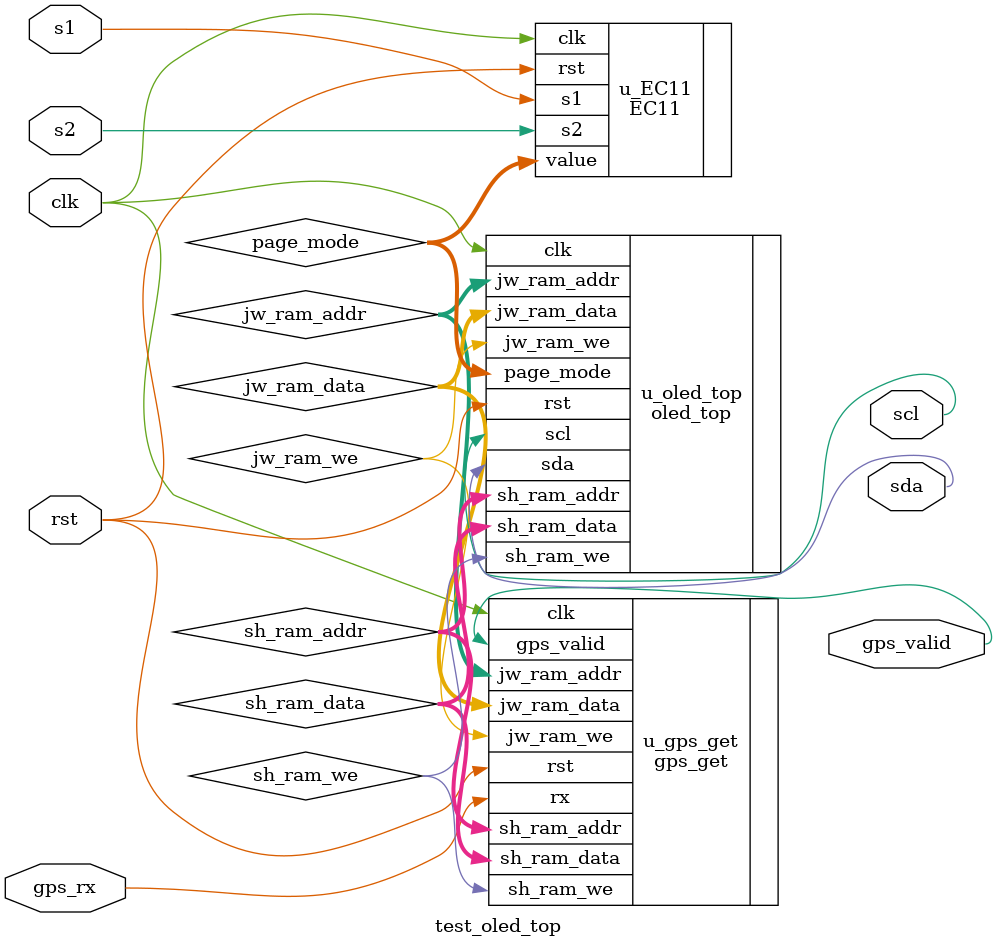
<source format=v>
`timescale 1ns / 1ps


module test_oled_top(
	input wire clk,rst,
	input wire gps_rx,
	input wire s1,s2,
	output wire scl,sda,
	output wire gps_valid
    );
	
	wire gps_valid;
	
	wire [3:0] jw_ram_addr;
	wire [7:0] jw_ram_data;
	wire jw_ram_we;
	wire [3:0] sh_ram_addr;
	wire [7:0] sh_ram_data;
	wire sh_ram_we;
	
	wire [2:0] page_mode;
	// module oled_top(
	// input wire clk,rst,
	// input wire [2:0] page_mode,
	
	// input wire sh_ram_we,
	// input wire [3:0] sh_ram_addr,
	// input wire [7:0] sh_ram_data,
	
	// input wire jw_ram_we,
	// input wire [3:0] jw_ram_addr,
	// input wire [7:0] jw_ram_data,
	
	// input wire [7:0] r,g,b,led
    // );
	oled_top u_oled_top(
	.clk(clk),
	.rst(rst),
	.page_mode(page_mode),
	
	.sh_ram_we(sh_ram_we),
	.sh_ram_addr(sh_ram_addr),
	.sh_ram_data(sh_ram_data),
	
	.jw_ram_we(jw_ram_we),
	.jw_ram_addr(jw_ram_addr),
	.jw_ram_data(jw_ram_data),
	
	.scl(scl),
	.sda(sda)
	);
	
	// module EC11(
	// input wire clk,rst,
	// input wire s1,s2,
	// output wire [2:0] value
    // );
	EC11 u_EC11(
	.clk(clk),
	.rst(rst),
	.s1(s1),
	.s2(s2),
	.value(page_mode)
	);
	
	// module gps_get(
	// input wire rx,
	// input wire clk,rst,
	// output wire [5:0] gps_ram_addr,
	// output wire [7:0] gps_ram_data,
	// output wire gps_ram_we,
	// output wire [3:0] jw_ram_addr,
	// output wire [7:0] jw_ram_data,
	// output wire jw_ram_we,
	// output wire [3:0] sh_ram_addr,
	// output wire [7:0] sh_ram_data,
	// output wire sh_ram_we,
	// output wire gps_valid
    // );
	gps_get u_gps_get(
	.rx(gps_rx),
	.clk(clk),
	.rst(rst),
	.jw_ram_addr(jw_ram_addr),
	.jw_ram_data(jw_ram_data),
	.jw_ram_we(jw_ram_we),
	.sh_ram_addr(sh_ram_addr),
	.sh_ram_data(sh_ram_data),
	.sh_ram_we(sh_ram_we),
	.gps_valid(gps_valid)
	);
	
	
endmodule

</source>
